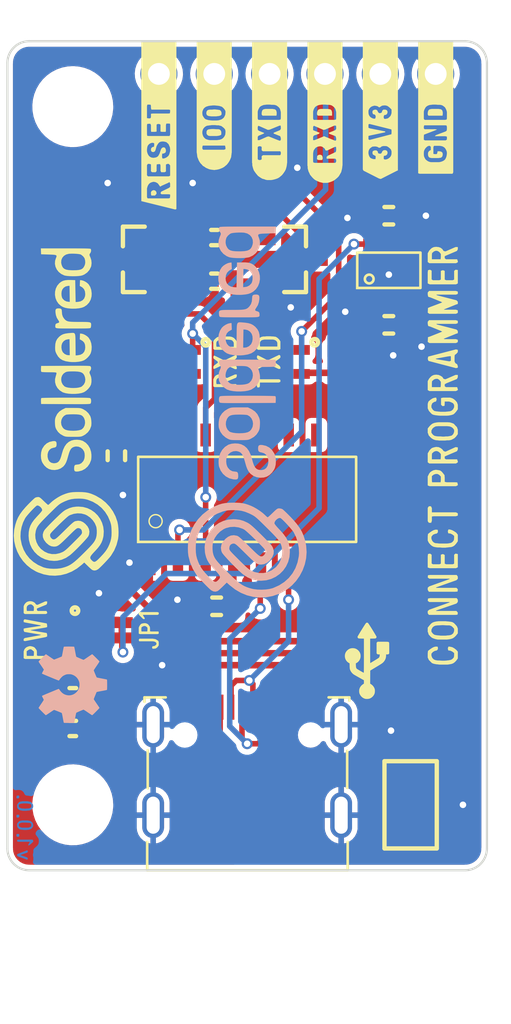
<source format=kicad_pcb>
(kicad_pcb (version 20210623) (generator pcbnew)
  (layers (0 "F.Cu" mixed) (31 "B.Cu" signal) (34 "B.Paste" user) (35 "F.Paste" user) (36 "B.SilkS" user "B.Silkscreen") (37 "F.SilkS" user "F.Silkscreen") (38 "B.Mask" user) (39 "F.Mask" user) (44 "Edge.Cuts" user))
  (net 0 "")
  (net 1 "VUSB")
  (net 2 "GND")
  (net 3 "Net-(C2-Pad1)")
  (net 4 "+3V3")
  (net 5 "TXD0")
  (net 6 "Net-(D1-Pad1)")
  (net 7 "RXD0")
  (net 8 "Net-(D2-Pad1)")
  (net 9 "Net-(D3-Pad1)")
  (net 11 "D-")
  (net 12 "D+")
  (net 13 "Net-(K1-PadB5)")
  (net 15 "Net-(K1-PadA5)")
  (net 16 "RESET")
  (net 17 "IO0")
  (net 18 "RTS")
  (net 19 "Net-(Q1-Pad1)")
  (net 20 "DTR")
  (net 21 "Net-(Q2-Pad1)")
  (net 28 "Net-(F1-Pad2)")
  (net 29 "Net-(JP1-Pad2)")
  (footprint "buzzardLabel" (layer "F.Cu") (at 102 106.7 90)
    (fp_text reference "" (at 0 0 90) (layer "F.SilkS") (effects (font (size 1.27 1.27))))
    (fp_text value "" (at 0 0 90) (layer "F.SilkS") (effects (font (size 1.27 1.27))))
  )
  (footprint "Soldered Graphics:Logo-Back-SolderedFULL-17mm" (layer "F.Cu") (at 101 109 -90)
    (fp_text reference "REF**" hide)
    (fp_text value "Logo-Front-SolderedFULL-17mm" hide)
  )
  (footprint "e-radionica.com footprinti:U262-161N-4BVC11" (layer "F.Cu") (at 101 125)
    (fp_text reference "K1")
    (fp_text value "U262-161N-4BVC11")
    (pad "" np_thru_hole circle locked (at 2.913 -1.2) (size 0.65 0.65) (drill 0.65) (layers F&B.Cu *.Mask))
    (pad "" np_thru_hole circle locked (at -2.862 -1.2) (size 0.65 0.65) (drill 0.65) (layers F&B.Cu *.Mask))
    (pad "A1" smd rect locked (at -3.337 -2.475) (size 0.3 1.15) (layers "F.Cu" "F.Paste" "F.Mask") (net 2 "GND"))
    (pad "A4" smd rect locked (at -2.537 -2.475) (size 0.3 1.15) (layers "F.Cu" "F.Paste" "F.Mask") (net 28 "Net-(F1-Pad2)"))
    (pad "A5" smd rect locked (at -1.237 -2.475) (size 0.3 1.15) (layers "F.Cu" "F.Paste" "F.Mask") (net 15 "Net-(K1-PadA5)"))
    (pad "A6" smd rect locked (at -0.237 -2.475) (size 0.3 1.15) (layers "F.Cu" "F.Paste" "F.Mask") (net 12 "D+"))
    (pad "A7" smd rect locked (at 0.263 -2.475) (size 0.3 1.15) (layers "F.Cu" "F.Paste" "F.Mask") (net 11 "D-"))
    (pad "A8" smd rect locked (at 1.263 -2.475) (size 0.3 1.15) (layers "F.Cu" "F.Paste" "F.Mask"))
    (pad "A9" smd rect locked (at 2.563 -2.475) (size 0.3 1.15) (layers "F.Cu" "F.Paste" "F.Mask") (net 28 "Net-(F1-Pad2)"))
    (pad "A12" smd rect locked (at 3.338 -2.475) (size 0.3 1.15) (layers "F.Cu" "F.Paste" "F.Mask") (net 2 "GND"))
    (pad "B1" smd rect locked (at 3.138 -2.475) (size 0.3 1.15) (layers "F.Cu" "F.Paste" "F.Mask") (net 2 "GND"))
    (pad "B4" smd rect locked (at 2.363 -2.475) (size 0.3 1.15) (layers "F.Cu" "F.Paste" "F.Mask") (net 28 "Net-(F1-Pad2)"))
    (pad "B5" smd rect locked (at 1.763 -2.475) (size 0.3 1.15) (layers "F.Cu" "F.Paste" "F.Mask") (net 13 "Net-(K1-PadB5)"))
    (pad "B6" smd rect locked (at 0.763 -2.475) (size 0.3 1.15) (layers "F.Cu" "F.Paste" "F.Mask") (net 12 "D+"))
    (pad "B7" smd rect locked (at -0.737 -2.475) (size 0.3 1.15) (layers "F.Cu" "F.Paste" "F.Mask") (net 11 "D-"))
    (pad "B8" smd rect locked (at -1.737 -2.475) (size 0.3 1.15) (layers "F.Cu" "F.Paste" "F.Mask"))
    (pad "B9" smd rect locked (at -2.337 -2.475) (size 0.3 1.15) (layers "F.Cu" "F.Paste" "F.Mask") (net 28 "Net-(F1-Pad2)"))
    (pad "B12" smd rect locked (at -3.112 -2.475) (size 0.3 1.15) (layers "F.Cu" "F.Paste" "F.Mask") (net 2 "GND"))
    (pad "SH" thru_hole oval locked (at 4.313 -1.675) (size 1 2.1) (drill oval 0.6 1.7) (layers *.Cu *.Mask) (net 2 "GND"))
    (pad "SH" thru_hole oval locked (at -4.312 -1.675) (size 1 2.1) (drill oval 0.6 1.7) (layers *.Cu *.Mask) (net 2 "GND"))
    (pad "SH" thru_hole oval locked (at 4.313 2.475) (size 1 2.1) (drill oval 0.6 1.7) (layers *.Cu *.Mask) (net 2 "GND"))
    (pad "SH" thru_hole oval locked (at -4.312 2.475) (size 1 2.1) (drill oval 0.6 1.7) (layers *.Cu *.Mask) (net 2 "GND"))
  )
  (footprint "e-radionica.com footprinti:SOT-23-5" (layer "F.Cu") (at 107.5 102.5 90)
    (fp_text reference "U2")
    (fp_text value "SE5218")
    (pad "1" smd rect locked (at -1.1 -0.95 90) (size 0.7 0.45) (layers "F.Cu" "F.Paste" "F.Mask") (net 1 "VUSB"))
    (pad "2" smd rect locked (at -1.1 0 90) (size 0.7 0.45) (layers "F.Cu" "F.Paste" "F.Mask") (net 2 "GND"))
    (pad "3" smd rect locked (at -1.1 0.95 90) (size 0.7 0.45) (layers "F.Cu" "F.Paste" "F.Mask") (net 1 "VUSB"))
    (pad "4" smd rect locked (at 1.1 0.95 90) (size 0.7 0.45) (layers "F.Cu" "F.Paste" "F.Mask"))
    (pad "5" smd rect locked (at 1.1 -0.95 90) (size 0.7 0.45) (layers "F.Cu" "F.Paste" "F.Mask") (net 4 "+3V3"))
  )
  (footprint "e-radionica.com footprinti:SOT-23-3" (layer "F.Cu") (at 103 102)
    (fp_text reference "Q2")
    (fp_text value "NPN-SOT-23-3")
    (pad "1" smd rect locked (at -1.2 -0.95 90) (size 0.6 1) (layers "F.Cu" "F.Paste" "F.Mask") (net 21 "Net-(Q2-Pad1)"))
    (pad "2" smd rect locked (at -1.2 0.95 90) (size 0.6 1) (layers "F.Cu" "F.Paste" "F.Mask") (net 20 "DTR"))
    (pad "3" smd rect locked (at 1.2 0 90) (size 0.6 1) (layers "F.Cu" "F.Paste" "F.Mask") (net 17 "IO0"))
  )
  (footprint "e-radionica.com footprinti:0603R" (layer "F.Cu") (at 93 123.5 180)
    (fp_text reference "R1")
    (fp_text value "5.1k")
    (pad "1" smd rect locked (at -0.775 0 270) (size 1 0.64) (layers "F.Cu" "F.Paste" "F.Mask") (net 13 "Net-(K1-PadB5)"))
    (pad "2" smd rect locked (at 0.775 0 270) (size 1 0.64) (layers "F.Cu" "F.Paste" "F.Mask") (net 2 "GND"))
  )
  (footprint "buzzardLabel" (layer "F.Cu") (at 107.11 91.6 90)
    (fp_text reference "" (at 0 0 90) (layer "F.SilkS") (effects (font (size 1.27 1.27))))
    (fp_text value "" (at 0 0 90) (layer "F.SilkS") (effects (font (size 1.27 1.27))))
  )
  (footprint "e-radionica.com footprinti:SOT-23-3" (layer "F.Cu") (at 96 102 180)
    (fp_text reference "Q1")
    (fp_text value "NPN-SOT-23-3")
    (pad "1" smd rect locked (at -1.2 -0.95 270) (size 0.6 1) (layers "F.Cu" "F.Paste" "F.Mask") (net 19 "Net-(Q1-Pad1)"))
    (pad "2" smd rect locked (at -1.2 0.95 270) (size 0.6 1) (layers "F.Cu" "F.Paste" "F.Mask") (net 18 "RTS"))
    (pad "3" smd rect locked (at 1.2 0 270) (size 0.6 1) (layers "F.Cu" "F.Paste" "F.Mask") (net 16 "RESET"))
  )
  (footprint "buzzardLabel" (layer "F.Cu") (at 109.65 91.6 90)
    (fp_text reference "" (at 0 0 90) (layer "F.SilkS") (effects (font (size 1.27 1.27))))
    (fp_text value "" (at 0 0 90) (layer "F.SilkS") (effects (font (size 1.27 1.27))))
  )
  (footprint "e-radionica.com footprinti:0402LED" (layer "F.Cu") (at 98.5 106.7 90)
    (fp_text reference "D2")
    (fp_text value "blue")
    (pad "1" smd rect locked (at -0.55 0 180) (size 0.75 0.45) (layers "F.Cu" "F.Paste" "F.Mask") (net 8 "Net-(D2-Pad1)"))
    (pad "2" smd rect locked (at 0.55 0 180) (size 0.75 0.45) (layers "F.Cu" "F.Paste" "F.Mask") (net 7 "RXD0"))
  )
  (footprint "Soldered Graphics:Logo-Back-OSH-3.5mm" (layer "F.Cu") (at 93 121.5 -90)
    (fp_text reference "G***" hide)
    (fp_text value "LOGO" hide)
  )
  (footprint "e-radionica.com footprinti:0402R" (layer "F.Cu") (at 97 106.7 90)
    (fp_text reference "R4")
    (fp_text value "10k")
    (pad "1" smd rect locked (at -0.5 0 180) (size 0.64 0.54) (layers "F.Cu" "F.Paste" "F.Mask") (net 8 "Net-(D2-Pad1)"))
    (pad "2" smd rect locked (at 0.5 0 180) (size 0.64 0.54) (layers "F.Cu" "F.Paste" "F.Mask") (net 1 "VUSB"))
  )
  (footprint "Soldered Graphics:Symbol-Front-USB" (layer "F.Cu") (at 106.5 120.4)
    (fp_text reference "G***" hide)
    (fp_text value "LOGO" hide)
  )
  (footprint "Soldered Graphics:Logo-Front-SolderedFULL-15mm" (layer "F.Cu") (at 92.7 109 90)
    (fp_text reference "REF**" hide)
    (fp_text value "Logo-Front-SolderedFULL-15mm" hide)
  )
  (footprint "buzzardLabel" (layer "F.Cu") (at 110 111 90)
    (fp_text reference "" (at 0 0 90) (layer "F.SilkS") (effects (font (size 1.27 1.27))))
    (fp_text value "" (at 0 0 90) (layer "F.SilkS") (effects (font (size 1.27 1.27))))
  )
  (footprint "e-radionica.com footprinti:0402R" (layer "F.Cu") (at 105 106.7 90)
    (fp_text reference "R3")
    (fp_text value "10k")
    (pad "1" smd rect locked (at -0.5 0 180) (size 0.64 0.54) (layers "F.Cu" "F.Paste" "F.Mask") (net 6 "Net-(D1-Pad1)"))
    (pad "2" smd rect locked (at 0.5 0 180) (size 0.64 0.54) (layers "F.Cu" "F.Paste" "F.Mask") (net 1 "VUSB"))
  )
  (footprint "e-radionica.com footprinti:HOLE_3.2mm" (layer "F.Cu") (at 93 127)
    (fp_text reference "H2" hide)
    (fp_text value "HOLE_3.2mm" hide)
    (pad "" np_thru_hole circle locked (at 0 0) (size 3.2 3.2) (drill 3.2) (layers F&B.Cu *.Mask))
  )
  (footprint "buzzardLabel" (layer "F.Cu") (at 100 106.7 90)
    (fp_text reference "" (at 0 0 90) (layer "F.SilkS") (effects (font (size 1.27 1.27))))
    (fp_text value "" (at 0 0 90) (layer "F.SilkS") (effects (font (size 1.27 1.27))))
  )
  (footprint "e-radionica.com footprinti:SMD-JUMPER-CONNECTED_TRACE_SLODERMASK" (layer "F.Cu") (at 95.25 119 90)
    (fp_text reference "JP1")
    (fp_text value "SMD-JUMPER-CONNECTED_TRACE_SLODERMASK")
    (fp_poly (pts (xy 0.1 0.1) (xy -0.1 0.1) (xy -0.1 -0.1) (xy 0.1 -0.1)) (layer "F.Cu") (width 0.1) (fill solid))
    (pad "1" smd rect (at -0.35 0 90) (size 0.5 1) (layers "F.Cu" "F.Mask") (net 4 "+3V3"))
    (pad "2" smd rect (at 0.35 0 90) (size 0.5 1) (layers "F.Cu" "F.Mask") (net 29 "Net-(JP1-Pad2)"))
  )
  (footprint "e-radionica.com footprinti:0603C" (layer "F.Cu") (at 107.5 105 180)
    (fp_text reference "C3")
    (fp_text value "2.2uF")
    (pad "1" smd rect locked (at -0.73 0 180) (size 0.66 1) (layers "F.Cu" "F.Paste" "F.Mask") (net 2 "GND"))
    (pad "2" smd rect locked (at 0.73 0 180) (size 0.66 1) (layers "F.Cu" "F.Paste" "F.Mask") (net 1 "VUSB"))
  )
  (footprint "e-radionica.com footprinti:0603C" (layer "F.Cu") (at 95 111 90)
    (fp_text reference "C1")
    (fp_text value "0.1uF")
    (pad "1" smd rect locked (at -0.73 0 90) (size 0.66 1) (layers "F.Cu" "F.Paste" "F.Mask") (net 2 "GND"))
    (pad "2" smd rect locked (at 0.73 0 90) (size 0.66 1) (layers "F.Cu" "F.Paste" "F.Mask") (net 1 "VUSB"))
  )
  (footprint "e-radionica.com footprinti:FIDUCIAL_23" (layer "F.Cu") (at 101 128)
    (fp_text reference "FD1")
    (fp_text value "FIDUCIAL")
    (fp_circle (center 0 0) (end 1 0) (layer "F.Cu") (width 0.2) (fill none))
    (pad "1" smd circle (at 0 0) (size 1 1) (layers "F.Cu" "F.Paste" "F.Mask") (clearance 1.1))
  )
  (footprint "e-radionica.com footprinti:0603C" (layer "F.Cu") (at 99.6 117.9 180)
    (fp_text reference "C2")
    (fp_text value "0.1uF")
    (pad "1" smd rect locked (at -0.73 0 180) (size 0.66 1) (layers "F.Cu" "F.Paste" "F.Mask") (net 3 "Net-(C2-Pad1)"))
    (pad "2" smd rect locked (at 0.73 0 180) (size 0.66 1) (layers "F.Cu" "F.Paste" "F.Mask") (net 2 "GND"))
  )
  (footprint "e-radionica.com footprinti:0402LED" (layer "F.Cu") (at 103.5 106.7 90)
    (fp_text reference "D1")
    (fp_text value "white")
    (pad "1" smd rect locked (at -0.55 0 180) (size 0.75 0.45) (layers "F.Cu" "F.Paste" "F.Mask") (net 6 "Net-(D1-Pad1)"))
    (pad "2" smd rect locked (at 0.55 0 180) (size 0.75 0.45) (layers "F.Cu" "F.Paste" "F.Mask") (net 5 "TXD0"))
  )
  (footprint "buzzardLabel" (layer "F.Cu") (at 102.03 91.6 90)
    (fp_text reference "" (at 0 0 90) (layer "F.SilkS") (effects (font (size 1.27 1.27))))
    (fp_text value "" (at 0 0 90) (layer "F.SilkS") (effects (font (size 1.27 1.27))))
  )
  (footprint "e-radionica.com footprinti:0603C" (layer "F.Cu") (at 107.5 100 180)
    (fp_text reference "C4")
    (fp_text value "2.2uF")
    (pad "1" smd rect locked (at -0.73 0 180) (size 0.66 1) (layers "F.Cu" "F.Paste" "F.Mask") (net 2 "GND"))
    (pad "2" smd rect locked (at 0.73 0 180) (size 0.66 1) (layers "F.Cu" "F.Paste" "F.Mask") (net 4 "+3V3"))
  )
  (footprint "e-radionica.com footprinti:0402LED" (layer "F.Cu") (at 92.5 119 90)
    (fp_text reference "D3")
    (fp_text value "purple")
    (pad "1" smd rect locked (at -0.55 0 180) (size 0.75 0.45) (layers "F.Cu" "F.Paste" "F.Mask") (net 9 "Net-(D3-Pad1)"))
    (pad "2" smd rect locked (at 0.55 0 180) (size 0.75 0.45) (layers "F.Cu" "F.Paste" "F.Mask") (net 2 "GND"))
  )
  (footprint "e-radionica.com footprinti:0603R" (layer "F.Cu") (at 93 122 180)
    (fp_text reference "R2")
    (fp_text value "5.1k")
    (pad "1" smd rect locked (at -0.775 0 270) (size 1 0.64) (layers "F.Cu" "F.Paste" "F.Mask") (net 15 "Net-(K1-PadA5)"))
    (pad "2" smd rect locked (at 0.775 0 270) (size 1 0.64) (layers "F.Cu" "F.Paste" "F.Mask") (net 2 "GND"))
  )
  (footprint "buzzardLabel" (layer "F.Cu") (at 91.3 119 90)
    (fp_text reference "" (at 0 0 90) (layer "F.SilkS") (effects (font (size 1.27 1.27))))
    (fp_text value "" (at 0 0 90) (layer "F.SilkS") (effects (font (size 1.27 1.27))))
  )
  (footprint "e-radionica.com footprinti:HOLE_3.2mm" (layer "F.Cu") (at 93 95)
    (fp_text reference "H1" hide)
    (fp_text value "HOLE_3.2mm" hide)
    (pad "" np_thru_hole circle locked (at 0 0) (size 3.2 3.2) (drill 3.2) (layers F&B.Cu *.Mask))
  )
  (footprint "e-radionica.com footprinti:0603R" (layer "F.Cu") (at 99.5 101)
    (fp_text reference "R7")
    (fp_text value "10k")
    (pad "1" smd rect locked (at -0.775 0 90) (size 1 0.64) (layers "F.Cu" "F.Paste" "F.Mask") (net 18 "RTS"))
    (pad "2" smd rect locked (at 0.775 0 90) (size 1 0.64) (layers "F.Cu" "F.Paste" "F.Mask") (net 21 "Net-(Q2-Pad1)"))
  )
  (footprint "buzzardLabel" (layer "F.Cu") (at 104.57 91.6 90)
    (fp_text reference "" (at 0 0 90) (layer "F.SilkS") (effects (font (size 1.27 1.27))))
    (fp_text value "" (at 0 0 90) (layer "F.SilkS") (effects (font (size 1.27 1.27))))
  )
  (footprint "buzzardLabel" (layer "F.Cu") (at 99.49 91.6 90)
    (fp_text reference "" (at 0 0 90) (layer "F.SilkS") (effects (font (size 1.27 1.27))))
    (fp_text value "" (at 0 0 90) (layer "F.SilkS") (effects (font (size 1.27 1.27))))
  )
  (footprint "e-radionica.com footprinti:0402R" (layer "F.Cu") (at 93.75 119 -90)
    (fp_text reference "R5")
    (fp_text value "2k2")
    (pad "1" smd rect locked (at -0.5 0) (size 0.64 0.54) (layers "F.Cu" "F.Paste" "F.Mask") (net 29 "Net-(JP1-Pad2)"))
    (pad "2" smd rect locked (at 0.5 0) (size 0.64 0.54) (layers "F.Cu" "F.Paste" "F.Mask") (net 9 "Net-(D3-Pad1)"))
  )
  (footprint "buzzardLabel" (layer "F.Cu") (at 96.5 119 90)
    (fp_text reference "" (at 0 0 90) (layer "F.SilkS") (effects (font (size 1.27 1.27))))
    (fp_text value "" (at 0 0 90) (layer "F.SilkS") (effects (font (size 1.27 1.27))))
  )
  (footprint "e-radionica.com footprinti:SOP-16" (layer "F.Cu") (at 101 113 90)
    (fp_text reference "U1")
    (fp_text value "CH340C")
    (pad "1" smd rect locked (at -2.95 -4.445 90) (size 1.05 0.48) (layers "F.Cu" "F.Paste" "F.Mask") (net 2 "GND"))
    (pad "2" smd rect locked (at -2.95 -3.175 90) (size 1.05 0.48) (layers "F.Cu" "F.Paste" "F.Mask") (net 5 "TXD0"))
    (pad "3" smd rect locked (at -2.95 -1.905 90) (size 1.05 0.48) (layers "F.Cu" "F.Paste" "F.Mask") (net 7 "RXD0"))
    (pad "4" smd rect locked (at -2.95 -0.635 90) (size 1.05 0.48) (layers "F.Cu" "F.Paste" "F.Mask") (net 3 "Net-(C2-Pad1)"))
    (pad "5" smd rect locked (at -2.95 0.635 90) (size 1.05 0.48) (layers "F.Cu" "F.Paste" "F.Mask") (net 12 "D+"))
    (pad "6" smd rect locked (at -2.95 1.905 90) (size 1.05 0.48) (layers "F.Cu" "F.Paste" "F.Mask") (net 11 "D-"))
    (pad "7" smd rect locked (at -2.95 3.175 90) (size 1.05 0.48) (layers "F.Cu" "F.Paste" "F.Mask"))
    (pad "8" smd rect locked (at -2.95 4.445 90) (size 1.05 0.48) (layers "F.Cu" "F.Paste" "F.Mask"))
    (pad "9" smd rect locked (at 2.95 4.445 90) (size 1.05 0.48) (layers "F.Cu" "F.Paste" "F.Mask"))
    (pad "10" smd rect locked (at 2.95 3.175 90) (size 1.05 0.48) (layers "F.Cu" "F.Paste" "F.Mask"))
    (pad "11" smd rect locked (at 2.95 1.905 90) (size 1.05 0.48) (layers "F.Cu" "F.Paste" "F.Mask"))
    (pad "12" smd rect locked (at 2.95 0.635 90) (size 1.05 0.48) (layers "F.Cu" "F.Paste" "F.Mask"))
    (pad "13" smd rect locked (at 2.95 -0.635 90) (size 1.05 0.48) (layers "F.Cu" "F.Paste" "F.Mask") (net 20 "DTR"))
    (pad "14" smd rect locked (at 2.95 -1.905 90) (size 1.05 0.48) (layers "F.Cu" "F.Paste" "F.Mask") (net 18 "RTS"))
    (pad "15" smd rect locked (at 2.95 -3.175 90) (size 1.05 0.48) (layers "F.Cu" "F.Paste" "F.Mask"))
    (pad "16" smd rect locked (at 2.95 -4.445 90) (size 1.05 0.48) (layers "F.Cu" "F.Paste" "F.Mask") (net 1 "VUSB"))
  )
  (footprint "e-radionica.com footprinti:0603R" (layer "F.Cu") (at 99.5 103 180)
    (fp_text reference "R6")
    (fp_text value "10k")
    (pad "1" smd rect locked (at -0.775 0 270) (size 1 0.64) (layers "F.Cu" "F.Paste" "F.Mask") (net 20 "DTR"))
    (pad "2" smd rect locked (at 0.775 0 270) (size 1 0.64) (layers "F.Cu" "F.Paste" "F.Mask") (net 19 "Net-(Q1-Pad1)"))
  )
  (footprint "e-radionica.com footprinti:1206FUSE" (layer "F.Cu") (at 108.5 127 -90)
    (fp_text reference "F1")
    (fp_text value "1206FUSE-500mA")
    (pad "1" smd rect locked (at -1.4 0 270) (size 1 2) (layers "F.Cu" "F.Paste" "F.Mask") (net 1 "VUSB"))
    (pad "2" smd rect locked (at 1.4 0 270) (size 1 2) (layers "F.Cu" "F.Paste" "F.Mask") (net 28 "Net-(F1-Pad2)"))
  )
  (footprint "buzzardLabel" (layer "F.Cu") (at 96.95 91.6 90)
    (fp_text reference "" (at 0 0 90) (layer "F.SilkS") (effects (font (size 1.27 1.27))))
    (fp_text value "" (at 0 0 90) (layer "F.SilkS") (effects (font (size 1.27 1.27))))
  )
  (footprint "Soldered Graphics:Version1.0.0." (layer "B.Cu") (at 90.8 128 90)
    (fp_text reference "" (at 0 0 270) (layer "B.SilkS") (effects (font (size 1.27 1.27)) (justify mirror)))
    (fp_text value "" (at 0 0 270) (layer "B.SilkS") (effects (font (size 1.27 1.27)) (justify mirror)))
    (fp_poly (pts (xy -0.44 -0.38) (xy -0.39 -0.38) (xy -0.34 -0.37) (xy -0.34 -0.33) (xy -0.34 -0.27) (xy -0.38 -0.26) (xy -0.43 -0.26) (xy -0.46 -0.29) (xy -0.46 -0.34) (xy -0.44 -0.38)) (layer "B.Cu") (width 0.01) (fill solid))
    (fp_poly (pts (xy -1.33 -0.35) (xy -1.27 -0.35) (xy -1.25 -0.31) (xy -1.09 0.1) (xy -1.11 0.13) (xy -1.16 0.13) (xy -1.19 0.1) (xy -1.28 -0.16) (xy -1.3 -0.21) (xy -1.32 -0.17) (xy -1.41 0.09) (xy -1.44 0.13) (xy -1.49 0.13) (xy -1.51 0.1) (xy -1.36 -0.31) (xy -1.33 -0.35)) (layer "B.Cu") (width 0.01) (fill solid))
    (fp_poly (pts (xy 0.43 -0.38) (xy 0.48 -0.38) (xy 0.54 -0.37) (xy 0.54 -0.33) (xy 0.54 -0.27) (xy 0.5 -0.26) (xy 0.45 -0.26) (xy 0.42 -0.29) (xy 0.42 -0.34) (xy 0.43 -0.38)) (layer "B.Cu") (width 0.01) (fill solid))
    (fp_poly (pts (xy 0.93 -0.35) (xy 0.99 -0.35) (xy 1.04 -0.33) (xy 1.01 -0.28) (xy 0.91 -0.28) (xy 0.87 -0.25) (xy 0.85 -0.2) (xy 0.83 -0.15) (xy 0.83 -0.11) (xy 0.82 0.01) (xy 0.83 0.13) (xy 0.83 0.17) (xy 0.84 0.22) (xy 0.87 0.27) (xy 0.9 0.3) (xy 1.01 0.3) (xy 1.04 0.26) (xy 1.05 0.21) (xy 1.06 0.15) (xy 1.07 0.05) (xy 1.07 -0.08) (xy 1.06 -0.12) (xy 1.06 -0.17) (xy 1.04 -0.22) (xy 1.02 -0.27) (xy 1.01 -0.28) (xy 1.05 -0.32) (xy 1.09 -0.29) (xy 1.12 -0.26) (xy 1.14 -0.22) (xy 1.15 -0.16) (xy 1.16 -0.11) (xy 1.16 -0.06) (xy 1.16 0.06) (xy 1.16 0.12) (xy 1.15 0.17) (xy 1.14 0.22) (xy 1.13 0.27) (xy 1.1 0.3) (xy 1.06 0.34) (xy 1.01 0.37) (xy 0.95 0.38) (xy 0.9 0.38) (xy 0.84 0.35) (xy 0.8 0.31) (xy 0.78 0.28) (xy 0.75 0.23) (xy 0.74 0.18) (xy 0.74 0.13) (xy 0.73 0.08) (xy 0.73 -0.04) (xy 0.73 -0.1) (xy 0.74 -0.14) (xy 0.75 -0.2) (xy 0.77 -0.25) (xy 0.79 -0.28) (xy 0.83 -0.32) (xy 0.89 -0.35) (xy 0.93 -0.35)) (layer "B.Cu") (width 0.01) (fill solid))
    (fp_poly (pts (xy 0.06 -0.35) (xy 0.11 -0.35) (xy 0.17 -0.33) (xy 0.13 -0.28) (xy 0.03 -0.28) (xy -0.01 -0.25) (xy -0.03 -0.2) (xy -0.05 -0.15) (xy -0.05 -0.11) (xy -0.05 0.01) (xy -0.05 0.13) (xy -0.05 0.17) (xy -0.03 0.22) (xy -0.01 0.27) (xy 0.02 0.3) (xy 0.13 0.3) (xy 0.16 0.26) (xy 0.18 0.21) (xy 0.18 0.15) (xy 0.19 0.05) (xy 0.19 -0.08) (xy 0.19 -0.12) (xy 0.18 -0.17) (xy 0.16 -0.22) (xy 0.14 -0.27) (xy 0.14 -0.28) (xy 0.17 -0.32) (xy 0.21 -0.29) (xy 0.24 -0.26) (xy 0.26 -0.22) (xy 0.27 -0.16) (xy 0.28 -0.11) (xy 0.28 -0.06) (xy 0.28 0.06) (xy 0.28 0.12) (xy 0.27 0.17) (xy 0.26 0.22) (xy 0.25 0.27) (xy 0.22 0.3) (xy 0.19 0.34) (xy 0.13 0.37) (xy 0.08 0.38) (xy 0.02 0.38) (xy -0.03 0.35) (xy -0.08 0.31) (xy -0.1 0.28) (xy -0.12 0.23) (xy -0.14 0.18) (xy -0.14 0.13) (xy -0.15 0.08) (xy -0.15 -0.04) (xy -0.14 -0.1) (xy -0.14 -0.14) (xy -0.13 -0.2) (xy -0.11 -0.25) (xy -0.08 -0.28) (xy -0.05 -0.32) (xy 0.01 -0.35) (xy 0.06 -0.35)) (layer "B.Cu") (width 0.01) (fill solid))
    (fp_poly (pts (xy 1.31 -0.38) (xy 1.36 -0.38) (xy 1.41 -0.37) (xy 1.42 -0.33) (xy 1.42 -0.27) (xy 1.38 -0.26) (xy 1.33 -0.26) (xy 1.3 -0.29) (xy 1.3 -0.34) (xy 1.31 -0.38)) (layer "B.Cu") (width 0.01) (fill solid))
    (fp_poly (pts (xy -0.67 -0.35) (xy -0.62 -0.35) (xy -0.6 -0.31) (xy -0.6 0.35) (xy -0.64 0.38) (xy -0.69 0.38) (xy -0.73 0.34) (xy -0.84 0.22) (xy -0.86 0.17) (xy -0.83 0.16) (xy -0.73 0.22) (xy -0.69 0.23) (xy -0.69 -0.31) (xy -0.67 -0.35)) (layer "B.Cu") (width 0.01) (fill solid))
  )
  (footprint "e-radionica.com footprinti:HEADER_MALE_6X1" (layer "B.Cu") (at 103.3 93.5 180)
    (fp_text reference "K2")
    (fp_text value "NOVA_programmer_header")
    (pad "1" thru_hole circle locked (at -6.35 0 180) (size 1.7 1.7) (drill 1) (layers *.Cu *.Mask) (net 2 "GND"))
    (pad "2" thru_hole circle locked (at -3.81 0 180) (size 1.7 1.7) (drill 1) (layers *.Cu *.Mask) (net 4 "+3V3"))
    (pad "3" thru_hole circle locked (at -1.27 0 180) (size 1.7 1.7) (drill 1) (layers *.Cu *.Mask) (net 7 "RXD0"))
    (pad "4" thru_hole circle locked (at 1.27 0 180) (size 1.7 1.7) (drill 1) (layers *.Cu *.Mask) (net 5 "TXD0"))
    (pad "5" thru_hole circle locked (at 3.81 0 180) (size 1.7 1.7) (drill 1) (layers *.Cu *.Mask) (net 17 "IO0"))
    (pad "6" thru_hole circle locked (at 6.35 0 180) (size 1.7 1.7) (drill 1) (layers *.Cu *.Mask) (net 16 "RESET"))
  )
  (gr_arc (start 111 129) (end 112 129) (angle 90) (layer "Edge.Cuts") (width 0.1))
  (gr_arc (start 111 93) (end 111 92) (angle 90) (layer "Edge.Cuts") (width 0.1))
  (gr_line (start 111 92) (end 91 92) (layer "Edge.Cuts") (width 0.1))
  (gr_line (start 91 130) (end 111 130) (layer "Edge.Cuts") (width 0.1))
  (gr_line (start 90 93) (end 90 129) (layer "Edge.Cuts") (width 0.1))
  (gr_arc (start 91 129) (end 91 130) (angle 90) (layer "Edge.Cuts") (width 0.1))
  (gr_arc (start 91 93) (end 91 92) (angle -90) (layer "Edge.Cuts") (width 0.1))
  (gr_line (start 112 129) (end 112 93) (layer "Edge.Cuts") (width 0.1))
  (segment (start 105 105.7) (end 105 106.2) (width 0.3) (layer "F.Cu") (net 1))
  (segment (start 105.7 105) (end 105 105.7) (width 0.3) (layer "F.Cu") (net 1))
  (segment (start 98 119.5) (end 93.4 114.9) (width 0.3) (layer "F.Cu") (net 1))
  (segment (start 108.45 102.55) (end 107.8 101.9) (width 0.254) (layer "F.Cu") (net 1))
  (segment (start 108.5 125.6) (end 108.5 120) (width 0.3) (layer "F.Cu") (net 1))
  (segment (start 108 119.5) (end 98 119.5) (width 0.3) (layer "F.Cu") (net 1))
  (segment (start 106.55 103.6) (end 106.55 104.78) (width 0.3) (layer "F.Cu") (net 1))
  (segment (start 106.55 104.78) (end 106.77 105) (width 0.3) (layer "F.Cu") (net 1))
  (segment (start 95 106.7) (end 95 110.27) (width 0.3) (layer "F.Cu") (net 1))
  (segment (start 93.4 110.7) (end 93.83 110.27) (width 0.3) (layer "F.Cu") (net 1))
  (segment (start 106.55 102.55) (end 106.55 103.6) (width 0.254) (layer "F.Cu") (net 1))
  (segment (start 93.83 110.27) (end 95 110.27) (width 0.3) (layer "F.Cu") (net 1))
  (segment (start 107.2 101.9) (end 106.55 102.55) (width 0.254) (layer "F.Cu") (net 1))
  (segment (start 95 106.7) (end 95.5 106.2) (width 0.3) (layer "F.Cu") (net 1))
  (segment (start 108.45 103.6) (end 108.45 102.55) (width 0.254) (layer "F.Cu") (net 1))
  (segment (start 95 110.27) (end 96.335 110.27) (width 0.3) (layer "F.Cu") (net 1))
  (segment (start 95.5 106.2) (end 97 106.2) (width 0.3) (layer "F.Cu") (net 1))
  (segment (start 107.8 101.9) (end 107.2 101.9) (width 0.254) (layer "F.Cu") (net 1))
  (segment (start 106.77 105) (end 105.7 105) (width 0.3) (layer "F.Cu") (net 1))
  (segment (start 96.335 110.27) (end 96.555 110.05) (width 0.3) (layer "F.Cu") (net 1))
  (segment (start 107.85 119.35) (end 106.77 118.27) (width 0.3) (layer "F.Cu") (net 1))
  (segment (start 106.77 118.27) (end 106.77 105) (width 0.3) (layer "F.Cu") (net 1))
  (segment (start 93.4 114.9) (end 93.4 110.7) (width 0.3) (layer "F.Cu") (net 1))
  (segment (start 108.5 120) (end 108 119.5) (width 0.3) (layer "F.Cu") (net 1))
  (segment (start 108 119.5) (end 107.85 119.35) (width 0.3) (layer "F.Cu") (net 1))
  (via (at 105.5 104.4) (size 0.5) (drill 0.3) (layers "F.Cu" "B.Cu") (net 2))
  (via (at 105.6 100.1) (size 0.5) (drill 0.3) (layers "F.Cu" "B.Cu") (net 2))
  (via (at 94.6 98.5) (size 0.5) (drill 0.3) (layers "F.Cu" "B.Cu") (net 2))
  (via (at 103 104.2) (size 0.5) (drill 0.3) (layers "F.Cu" "B.Cu") (net 2))
  (via (at 109 106) (size 0.5) (drill 0.3) (layers "F.Cu" "B.Cu") (net 2))
  (via (at 94.2 117.3) (size 0.5) (drill 0.3) (layers "F.Cu" "B.Cu") (net 2))
  (via (at 107.6 123.6) (size 0.5) (drill 0.3) (layers "F.Cu" "B.Cu") (net 2))
  (via (at 107.7 106.4) (size 0.5) (drill 0.3) (layers "F.Cu" "B.Cu") (net 2))
  (via (at 103.3 97.8) (size 0.5) (drill 0.3) (layers "F.Cu" "B.Cu") (net 2))
  (via (at 97.8 117.6) (size 0.5) (drill 0.3) (layers "F.Cu" "B.Cu") (net 2))
  (via (at 107.5 102.7) (size 0.5) (drill 0.3) (layers "F.Cu" "B.Cu") (net 2))
  (via (at 110.9 127) (size 0.5) (drill 0.3) (layers "F.Cu" "B.Cu") (net 2))
  (via (at 98.5 98.5) (size 0.5) (drill 0.3) (layers "F.Cu" "B.Cu") (net 2))
  (via (at 109.2 100) (size 0.5) (drill 0.3) (layers "F.Cu" "B.Cu") (net 2))
  (via (at 95.6 115.9) (size 0.5) (drill 0.3) (layers "F.Cu" "B.Cu") (net 2))
  (via (at 95.3 112.8) (size 0.5) (drill 0.3) (layers "F.Cu" "B.Cu") (net 2))
  (via (at 97.1 120.6) (size 0.5) (drill 0.3) (layers "F.Cu" "B.Cu") (net 2))
  (segment (start 100.365 117.865) (end 100.33 117.9) (width 0.3) (layer "F.Cu") (net 3))
  (segment (start 100.365 115.95) (end 100.365 117.865) (width 0.3) (layer "F.Cu") (net 3))
  (segment (start 107.11 97.89) (end 106.77 98.23) (width 0.254) (layer "F.Cu") (net 4))
  (segment (start 106.77 98.23) (end 106.77 100) (width 0.254) (layer "F.Cu") (net 4))
  (segment (start 95.25 119.95) (end 95.25 119.35) (width 0.254) (layer "F.Cu") (net 4))
  (segment (start 106.77 100) (end 106.77 101.18) (width 0.254) (layer "F.Cu") (net 4))
  (segment (start 107.11 93.5) (end 107.11 97.89) (width 0.254) (layer "F.Cu") (net 4))
  (segment (start 105.9 101.3) (end 106.45 101.3) (width 0.254) (layer "F.Cu") (net 4))
  (segment (start 95.3 120) (end 95.25 119.95) (width 0.254) (layer "F.Cu") (net 4))
  (segment (start 106.77 101.18) (end 106.55 101.4) (width 0.254) (layer "F.Cu") (net 4))
  (segment (start 106.45 101.3) (end 106.55 101.4) (width 0.254) (layer "F.Cu") (net 4))
  (via (at 95.3 120) (size 0.5) (drill 0.3) (layers "F.Cu" "B.Cu") (net 4))
  (via (at 105.9 101.3) (size 0.5) (drill 0.3) (layers "F.Cu" "B.Cu") (net 4))
  (segment (start 95.3 118.4) (end 97.3 116.4) (width 0.254) (layer "B.Cu") (net 4))
  (segment (start 104.3 113.4) (end 104.3 102.9) (width 0.254) (layer "B.Cu") (net 4))
  (segment (start 104.3 102.9) (end 105.9 101.3) (width 0.254) (layer "B.Cu") (net 4))
  (segment (start 95.3 120) (end 95.3 118.4) (width 0.254) (layer "B.Cu") (net 4))
  (segment (start 101.3 116.4) (end 104.3 113.4) (width 0.254) (layer "B.Cu") (net 4))
  (segment (start 97.3 116.4) (end 101.3 116.4) (width 0.254) (layer "B.Cu") (net 4))
  (segment (start 105.2 103.6) (end 105.2 100.8) (width 0.254) (layer "F.Cu") (net 5))
  (segment (start 105.2 100.8) (end 102.03 97.63) (width 0.254) (layer "F.Cu") (net 5))
  (segment (start 97.825 115.95) (end 97.825 114.475) (width 0.254) (layer "F.Cu") (net 5))
  (segment (start 103.5 105.3) (end 105.2 103.6) (width 0.254) (layer "F.Cu") (net 5))
  (segment (start 103.5 105.3) (end 103.5 106.15) (width 0.254) (layer "F.Cu") (net 5))
  (segment (start 97.825 114.475) (end 97.9 114.4) (width 0.254) (layer "F.Cu") (net 5))
  (segment (start 102.03 97.63) (end 102.03 93.5) (width 0.254) (layer "F.Cu") (net 5))
  (via (at 103.5 105.3) (size 0.5) (drill 0.3) (layers "F.Cu" "B.Cu") (net 5))
  (via (at 97.9 114.4) (size 0.5) (drill 0.3) (layers "F.Cu" "B.Cu") (net 5))
  (segment (start 100.9 112.5) (end 103.5 109.9) (width 0.254) (layer "B.Cu") (net 5))
  (segment (start 103.5 109.9) (end 103.5 105.3) (width 0.254) (layer "B.Cu") (net 5))
  (segment (start 99 114.4) (end 100.9 112.5) (width 0.254) (layer "B.Cu") (net 5))
  (segment (start 97.9 114.4) (end 99 114.4) (width 0.254) (layer "B.Cu") (net 5))
  (segment (start 103.55 107.2) (end 103.5 107.25) (width 0.25) (layer "F.Cu") (net 6))
  (segment (start 105 107.2) (end 103.55 107.2) (width 0.3) (layer "F.Cu") (net 6))
  (segment (start 98.5 105.4) (end 98.5 106.15) (width 0.254) (layer "F.Cu") (net 7))
  (segment (start 99.1 112.9) (end 99.095 112.905) (width 0.254) (layer "F.Cu") (net 7))
  (segment (start 99.095 112.905) (end 99.095 115.95) (width 0.254) (layer "F.Cu") (net 7))
  (via (at 98.5 105.4) (size 0.5) (drill 0.3) (layers "F.Cu" "B.Cu") (net 7))
  (via (at 99.1 112.9) (size 0.5) (drill 0.3) (layers "F.Cu" "B.Cu") (net 7))
  (segment (start 98.5 105.4) (end 98.5 104.9) (width 0.254) (layer "B.Cu") (net 7))
  (segment (start 104.6 93.53) (end 104.57 93.5) (width 0.254) (layer "B.Cu") (net 7))
  (segment (start 99.1 112.9) (end 99.1 106) (width 0.254) (layer "B.Cu") (net 7))
  (segment (start 104.6 98.8) (end 104.6 93.53) (width 0.254) (layer "B.Cu") (net 7))
  (segment (start 98.5 104.9) (end 104.6 98.8) (width 0.254) (layer "B.Cu") (net 7))
  (segment (start 99.1 106) (end 98.5 105.4) (width 0.254) (layer "B.Cu") (net 7))
  (segment (start 97 107.2) (end 98.45 107.2) (width 0.3) (layer "F.Cu") (net 8))
  (segment (start 98.45 107.2) (end 98.5 107.25) (width 0.25) (layer "F.Cu") (net 8))
  (segment (start 93.7 119.55) (end 93.75 119.5) (width 0.25) (layer "F.Cu") (net 9))
  (segment (start 92.5 119.55) (end 93.7 119.55) (width 0.25) (layer "F.Cu") (net 9))
  (segment (start 101.1 121.3) (end 101.263 121.463) (width 0.254) (layer "F.Cu") (net 11))
  (segment (start 100.263 122.525) (end 100.263 121.537) (width 0.254) (layer "F.Cu") (net 11))
  (segment (start 100.263 121.537) (end 100.5 121.3) (width 0.254) (layer "F.Cu") (net 11))
  (segment (start 100.5 121.3) (end 101.1 121.3) (width 0.254) (layer "F.Cu") (net 11))
  (segment (start 101.263 121.463) (end 101.263 122.525) (width 0.254) (layer "F.Cu") (net 11))
  (segment (start 102.9 117.6) (end 102.9 115.955) (width 0.254) (layer "F.Cu") (net 11))
  (segment (start 102.9 115.955) (end 102.905 115.95) (width 0.254) (layer "F.Cu") (net 11))
  (via (at 102.9 117.6) (size 0.5) (drill 0.3) (layers "F.Cu" "B.Cu") (net 11))
  (via (at 101.1 121.3) (size 0.5) (drill 0.3) (layers "F.Cu" "B.Cu") (net 11))
  (segment (start 102.9 119.5) (end 102.9 117.6) (width 0.254) (layer "B.Cu") (net 11))
  (segment (start 101.1 121.3) (end 102.9 119.5) (width 0.254) (layer "B.Cu") (net 11))
  (segment (start 101.763 123.937) (end 101.5 124.2) (width 0.254) (layer "F.Cu") (net 12))
  (segment (start 101.6 115.985) (end 101.635 115.95) (width 0.254) (layer "F.Cu") (net 12))
  (segment (start 101.6 118) (end 101.6 115.985) (width 0.254) (layer "F.Cu") (net 12))
  (segment (start 101.5 124.2) (end 101 124.2) (width 0.254) (layer "F.Cu") (net 12))
  (segment (start 101.763 122.525) (end 101.763 123.937) (width 0.254) (layer "F.Cu") (net 12))
  (segment (start 101 124.2) (end 100.763 123.963) (width 0.254) (layer "F.Cu") (net 12))
  (segment (start 100.763 123.963) (end 100.763 122.525) (width 0.254) (layer "F.Cu") (net 12))
  (via (at 101 124.2) (size 0.5) (drill 0.3) (layers "F.Cu" "B.Cu") (net 12))
  (via (at 101.6 118) (size 0.5) (drill 0.3) (layers "F.Cu" "B.Cu") (net 12))
  (segment (start 100.2 123.4) (end 100.2 120.1) (width 0.254) (layer "B.Cu") (net 12))
  (segment (start 100.2 119.4) (end 101.6 118) (width 0.254) (layer "B.Cu") (net 12))
  (segment (start 100.2 120.1) (end 100.2 119.4) (width 0.254) (layer "B.Cu") (net 12))
  (segment (start 101 124.2) (end 100.2 123.4) (width 0.254) (layer "B.Cu") (net 12))
  (segment (start 101.8 125.7) (end 102.763 124.737) (width 0.25) (layer "F.Cu") (net 13))
  (segment (start 102.8 122.562) (end 102.763 122.525) (width 0.25) (layer "F.Cu") (net 13))
  (segment (start 93.775 123.675) (end 95.8 125.7) (width 0.25) (layer "F.Cu") (net 13))
  (segment (start 93.775 123.5) (end 93.775 123.675) (width 0.25) (layer "F.Cu") (net 13))
  (segment (start 102.763 124.737) (end 102.763 122.525) (width 0.25) (layer "F.Cu") (net 13))
  (segment (start 95.8 125.7) (end 101.8 125.7) (width 0.25) (layer "F.Cu") (net 13))
  (segment (start 95.2 124.4) (end 96 125.2) (width 0.25) (layer "F.Cu") (net 15))
  (segment (start 96 125.2) (end 99 125.2) (width 0.25) (layer "F.Cu") (net 15))
  (segment (start 95.2 122.9) (end 95.2 124.4) (width 0.25) (layer "F.Cu") (net 15))
  (segment (start 99 125.2) (end 99.763 124.437) (width 0.25) (layer "F.Cu") (net 15))
  (segment (start 99.763 124.437) (end 99.763 122.525) (width 0.25) (layer "F.Cu") (net 15))
  (segment (start 93.775 122) (end 94.3 122) (width 0.25) (layer "F.Cu") (net 15))
  (segment (start 94.3 122) (end 95.2 122.9) (width 0.25) (layer "F.Cu") (net 15))
  (segment (start 96.95 97.95) (end 96.95 93.5) (width 0.254) (layer "F.Cu") (net 16))
  (segment (start 94.8 102) (end 94.8 100.1) (width 0.254) (layer "F.Cu") (net 16))
  (segment (start 94.8 100.1) (end 96.95 97.95) (width 0.254) (layer "F.Cu") (net 16))
  (segment (start 99.49 96.89) (end 99.49 93.5) (width 0.254) (layer "F.Cu") (net 17))
  (segment (start 104.2 102) (end 104.2 101.6) (width 0.254) (layer "F.Cu") (net 17))
  (segment (start 104.2 101.6) (end 99.49 96.89) (width 0.254) (layer "F.Cu") (net 17))
  (segment (start 99.5 108.4) (end 99.5 105.2) (width 0.254) (layer "F.Cu") (net 18))
  (segment (start 96 103.8) (end 96 102.2) (width 0.254) (layer "F.Cu") (net 18))
  (segment (start 99.095 108.805) (end 99.5 108.4) (width 0.254) (layer "F.Cu") (net 18))
  (segment (start 99.095 110.05) (end 99.095 108.805) (width 0.254) (layer "F.Cu") (net 18))
  (segment (start 97.2 101.05) (end 98.675 101.05) (width 0.254) (layer "F.Cu") (net 18))
  (segment (start 96 102.2) (end 97.15 101.05) (width 0.254) (layer "F.Cu") (net 18))
  (segment (start 98.675 101.05) (end 98.725 101) (width 0.254) (layer "F.Cu") (net 18))
  (segment (start 98.8 104.5) (end 96.7 104.5) (width 0.254) (layer "F.Cu") (net 18))
  (segment (start 97.15 101.05) (end 97.2 101.05) (width 0.254) (layer "F.Cu") (net 18))
  (segment (start 96.7 104.5) (end 96 103.8) (width 0.254) (layer "F.Cu") (net 18))
  (segment (start 99.5 105.2) (end 98.8 104.5) (width 0.254) (layer "F.Cu") (net 18))
  (segment (start 98.725 103) (end 97.25 103) (width 0.254) (layer "F.Cu") (net 19))
  (segment (start 97.25 103) (end 97.2 102.95) (width 0.254) (layer "F.Cu") (net 19))
  (segment (start 100.275 103) (end 101.75 103) (width 0.254) (layer "F.Cu") (net 20))
  (segment (start 100.365 110.05) (end 100.365 103.09) (width 0.254) (layer "F.Cu") (net 20))
  (segment (start 101.75 103) (end 101.8 102.95) (width 0.254) (layer "F.Cu") (net 20))
  (segment (start 100.365 103.09) (end 100.275 103) (width 0.254) (layer "F.Cu") (net 20))
  (segment (start 101.75 101) (end 101.8 101.05) (width 0.254) (layer "F.Cu") (net 21))
  (segment (start 100.275 101) (end 101.75 101) (width 0.254) (layer "F.Cu") (net 21))
  (segment (start 99.4 120.6) (end 102.8 120.6) (width 0.3) (layer "F.Cu") (net 28))
  (segment (start 105.7 120.6) (end 106.7 121.6) (width 0.3) (layer "F.Cu") (net 28))
  (segment (start 104.1 120.6) (end 105.7 120.6) (width 0.3) (layer "F.Cu") (net 28))
  (segment (start 98.663 121.337) (end 99.4 120.6) (width 0.3) (layer "F.Cu") (net 28))
  (segment (start 106.7 126.6) (end 108.5 128.4) (width 0.3) (layer "F.Cu") (net 28))
  (segment (start 103.563 122.525) (end 103.563 121.137) (width 0.3) (layer "F.Cu") (net 28))
  (segment (start 106.7 121.6) (end 106.7 126.6) (width 0.3) (layer "F.Cu") (net 28))
  (segment (start 103.563 121.137) (end 104.1 120.6) (width 0.3) (layer "F.Cu") (net 28))
  (segment (start 104.1 120.6) (end 103.8 120.6) (width 0.3) (layer "F.Cu") (net 28))
  (segment (start 103.8 120.6) (end 102.8 120.6) (width 0.3) (layer "F.Cu") (net 28))
  (segment (start 98.663 122.525) (end 98.663 121.337) (width 0.3) (layer "F.Cu") (net 28))
  (segment (start 93.75 118.5) (end 95.1 118.5) (width 0.25) (layer "F.Cu") (net 29))
  (segment (start 95.1 118.5) (end 95.25 118.65) (width 0.25) (layer "F.Cu") (net 29))
  (zone (net 2) (net_name "GND") (layers F&B.Cu) (connect_pads (clearance 0.254)) (min_thickness 0.254) (fill yes (thermal_gap 0.254) (thermal_bridge_width 0.254))
    (polygon (pts (xy 112 130) (xy 90 130) (xy 90 92) (xy 112 92)))
  )
)
</source>
